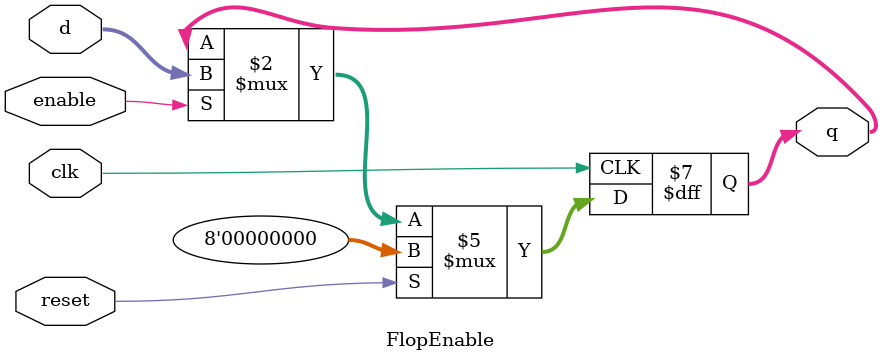
<source format=sv>
/**
 * イネーブル付きフリップ・フロップ
 * (リセット機能付き)
 */
module FlopEnable
  #(parameter WIDTH = 8)	// 入力ビット幅
   (input logic clk, reset, enable,	// クロック、リセット、イネーブル
    input logic [WIDTH - 1:0]  d, // 入力
    output logic [WIDTH - 1:0] q); // 出力

   always_ff @(posedge clk)
     if (reset) q <= 0;
     else if (enable) q <= d;

endmodule // FlopEnable

</source>
